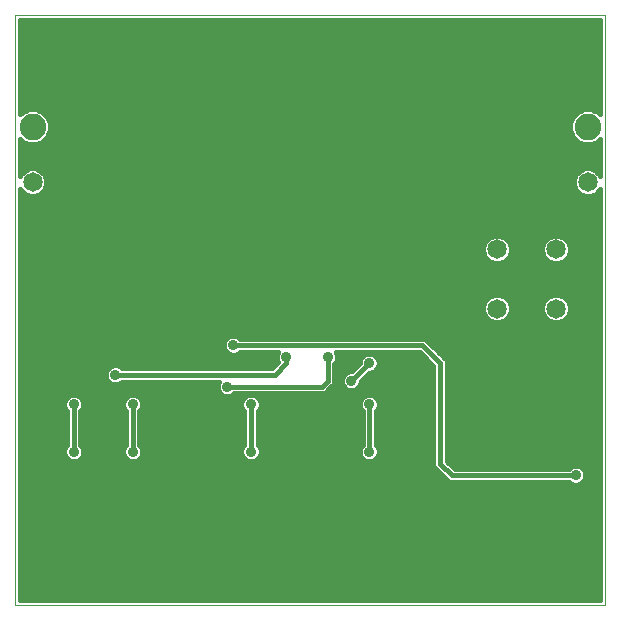
<source format=gbl>
G75*
%MOIN*%
%OFA0B0*%
%FSLAX24Y24*%
%IPPOS*%
%LPD*%
%AMOC8*
5,1,8,0,0,1.08239X$1,22.5*
%
%ADD10C,0.0000*%
%ADD11C,0.0650*%
%ADD12C,0.0160*%
%ADD13C,0.0886*%
%ADD14C,0.0356*%
D10*
X000180Y000180D02*
X000180Y019865D01*
X019865Y019865D01*
X019865Y000180D01*
X000180Y000180D01*
D11*
X000771Y014274D03*
X000771Y019274D03*
X016259Y012038D03*
X016259Y010070D03*
X018227Y010070D03*
X018227Y012038D03*
X019274Y014274D03*
X019274Y019274D03*
D12*
X019685Y019200D02*
X000360Y019200D01*
X000360Y019042D02*
X019685Y019042D01*
X019685Y018883D02*
X000360Y018883D01*
X000360Y018725D02*
X019685Y018725D01*
X019685Y018566D02*
X000360Y018566D01*
X000360Y018408D02*
X019685Y018408D01*
X019685Y018249D02*
X000360Y018249D01*
X000360Y018091D02*
X019685Y018091D01*
X019685Y017932D02*
X000360Y017932D01*
X000360Y017774D02*
X019685Y017774D01*
X019685Y017615D02*
X000360Y017615D01*
X000360Y017457D02*
X019685Y017457D01*
X019685Y017298D02*
X000360Y017298D01*
X000360Y017140D02*
X019685Y017140D01*
X019685Y016981D02*
X000360Y016981D01*
X000360Y016823D02*
X019685Y016823D01*
X019685Y016664D02*
X019496Y016664D01*
X019390Y016708D02*
X019605Y016619D01*
X019685Y016539D01*
X019685Y019685D01*
X000360Y019685D01*
X000360Y016539D01*
X000440Y016619D01*
X000655Y016708D01*
X000886Y016708D01*
X001101Y016619D01*
X001265Y016455D01*
X001353Y016241D01*
X001353Y016009D01*
X001265Y015795D01*
X001101Y015631D01*
X000886Y015542D01*
X000655Y015542D01*
X000440Y015631D01*
X000360Y015711D01*
X000360Y014498D01*
X000377Y014538D01*
X000507Y014669D01*
X000678Y014739D01*
X000863Y014739D01*
X001034Y014669D01*
X001165Y014538D01*
X001235Y014367D01*
X001235Y014182D01*
X001165Y014011D01*
X001034Y013880D01*
X000863Y013810D01*
X000678Y013810D01*
X000507Y013880D01*
X000377Y014011D01*
X000360Y014051D01*
X000360Y000360D01*
X019685Y000360D01*
X019685Y014051D01*
X019669Y014011D01*
X019538Y013880D01*
X019367Y013810D01*
X019182Y013810D01*
X019011Y013880D01*
X018880Y014011D01*
X018810Y014182D01*
X018810Y014367D01*
X018880Y014538D01*
X019011Y014669D01*
X019182Y014739D01*
X019367Y014739D01*
X019538Y014669D01*
X019669Y014538D01*
X019685Y014498D01*
X019685Y015711D01*
X019605Y015631D01*
X019390Y015542D01*
X019159Y015542D01*
X018944Y015631D01*
X018780Y015795D01*
X018692Y016009D01*
X018692Y016241D01*
X018780Y016455D01*
X018944Y016619D01*
X019159Y016708D01*
X019390Y016708D01*
X019053Y016664D02*
X000992Y016664D01*
X001214Y016506D02*
X018831Y016506D01*
X018736Y016347D02*
X001309Y016347D01*
X001353Y016189D02*
X018692Y016189D01*
X018692Y016030D02*
X001353Y016030D01*
X001297Y015872D02*
X018748Y015872D01*
X018862Y015713D02*
X001183Y015713D01*
X000917Y015555D02*
X019128Y015555D01*
X019421Y015555D02*
X019685Y015555D01*
X019685Y015396D02*
X000360Y015396D01*
X000360Y015238D02*
X019685Y015238D01*
X019685Y015079D02*
X000360Y015079D01*
X000360Y014921D02*
X019685Y014921D01*
X019685Y014762D02*
X000360Y014762D01*
X000360Y014604D02*
X000442Y014604D01*
X000418Y013970D02*
X000360Y013970D01*
X000360Y013811D02*
X000675Y013811D01*
X000866Y013811D02*
X019179Y013811D01*
X019370Y013811D02*
X019685Y013811D01*
X019685Y013653D02*
X000360Y013653D01*
X000360Y013494D02*
X019685Y013494D01*
X019685Y013336D02*
X000360Y013336D01*
X000360Y013177D02*
X019685Y013177D01*
X019685Y013019D02*
X000360Y013019D01*
X000360Y012860D02*
X019685Y012860D01*
X019685Y012702D02*
X000360Y012702D01*
X000360Y012543D02*
X019685Y012543D01*
X019685Y012385D02*
X018538Y012385D01*
X018491Y012432D02*
X018320Y012503D01*
X018135Y012503D01*
X017964Y012432D01*
X017833Y012302D01*
X017762Y012131D01*
X017762Y011946D01*
X017833Y011775D01*
X017964Y011644D01*
X018135Y011573D01*
X018320Y011573D01*
X018491Y011644D01*
X018621Y011775D01*
X018692Y011946D01*
X018692Y012131D01*
X018621Y012302D01*
X018491Y012432D01*
X018653Y012226D02*
X019685Y012226D01*
X019685Y012068D02*
X018692Y012068D01*
X018677Y011909D02*
X019685Y011909D01*
X019685Y011751D02*
X018597Y011751D01*
X018364Y011592D02*
X019685Y011592D01*
X019685Y011434D02*
X000360Y011434D01*
X000360Y011592D02*
X016121Y011592D01*
X016166Y011573D02*
X016351Y011573D01*
X016522Y011644D01*
X016653Y011775D01*
X016724Y011946D01*
X016724Y012131D01*
X016653Y012302D01*
X016522Y012432D01*
X016351Y012503D01*
X016166Y012503D01*
X015995Y012432D01*
X015865Y012302D01*
X015794Y012131D01*
X015794Y011946D01*
X015865Y011775D01*
X015995Y011644D01*
X016166Y011573D01*
X016396Y011592D02*
X018090Y011592D01*
X017858Y011751D02*
X016628Y011751D01*
X016708Y011909D02*
X017778Y011909D01*
X017762Y012068D02*
X016724Y012068D01*
X016684Y012226D02*
X017802Y012226D01*
X017916Y012385D02*
X016570Y012385D01*
X015948Y012385D02*
X000360Y012385D01*
X000360Y012226D02*
X015833Y012226D01*
X015794Y012068D02*
X000360Y012068D01*
X000360Y011909D02*
X015809Y011909D01*
X015889Y011751D02*
X000360Y011751D01*
X000360Y011275D02*
X019685Y011275D01*
X019685Y011117D02*
X000360Y011117D01*
X000360Y010958D02*
X019685Y010958D01*
X019685Y010800D02*
X000360Y010800D01*
X000360Y010641D02*
X019685Y010641D01*
X019685Y010483D02*
X018445Y010483D01*
X018491Y010464D02*
X018320Y010535D01*
X018135Y010535D01*
X017964Y010464D01*
X017833Y010333D01*
X017762Y010162D01*
X017762Y009977D01*
X017833Y009806D01*
X017964Y009676D01*
X018135Y009605D01*
X018320Y009605D01*
X018491Y009676D01*
X018621Y009806D01*
X018692Y009977D01*
X018692Y010162D01*
X018621Y010333D01*
X018491Y010464D01*
X018625Y010324D02*
X019685Y010324D01*
X019685Y010166D02*
X018691Y010166D01*
X018692Y010007D02*
X019685Y010007D01*
X019685Y009849D02*
X018639Y009849D01*
X018505Y009690D02*
X019685Y009690D01*
X019685Y009532D02*
X000360Y009532D01*
X000360Y009690D02*
X015981Y009690D01*
X015995Y009676D02*
X016166Y009605D01*
X016351Y009605D01*
X016522Y009676D01*
X016653Y009806D01*
X016724Y009977D01*
X016724Y010162D01*
X016653Y010333D01*
X016522Y010464D01*
X016351Y010535D01*
X016166Y010535D01*
X015995Y010464D01*
X015865Y010333D01*
X015794Y010162D01*
X015794Y009977D01*
X015865Y009806D01*
X015995Y009676D01*
X015847Y009849D02*
X000360Y009849D01*
X000360Y010007D02*
X015794Y010007D01*
X015795Y010166D02*
X000360Y010166D01*
X000360Y010324D02*
X015861Y010324D01*
X016041Y010483D02*
X000360Y010483D01*
X000360Y009373D02*
X019685Y009373D01*
X019685Y009215D02*
X000360Y009215D01*
X000360Y009056D02*
X007228Y009056D01*
X007194Y009022D02*
X007283Y009111D01*
X007400Y009160D01*
X007527Y009160D01*
X007644Y009111D01*
X007693Y009061D01*
X013854Y009061D01*
X014444Y008471D01*
X014573Y008342D01*
X014573Y004996D01*
X014838Y004731D01*
X018651Y004731D01*
X018701Y004780D01*
X018818Y004829D01*
X018944Y004829D01*
X019061Y004780D01*
X019150Y004691D01*
X019199Y004574D01*
X019199Y004447D01*
X019150Y004331D01*
X019061Y004241D01*
X018944Y004193D01*
X018818Y004193D01*
X018701Y004241D01*
X018651Y004291D01*
X014656Y004291D01*
X014262Y004684D01*
X014133Y004813D01*
X014133Y008160D01*
X013672Y008621D01*
X010885Y008621D01*
X010931Y008511D01*
X010931Y008384D01*
X010883Y008268D01*
X010833Y008218D01*
X010833Y007569D01*
X010704Y007440D01*
X010704Y007440D01*
X010507Y007243D01*
X007496Y007243D01*
X007447Y007194D01*
X007330Y007145D01*
X007203Y007145D01*
X007086Y007194D01*
X006997Y007283D01*
X006949Y007400D01*
X006949Y007527D01*
X006994Y007637D01*
X003756Y007637D01*
X003707Y007587D01*
X003590Y007539D01*
X003463Y007539D01*
X003346Y007587D01*
X003257Y007677D01*
X003208Y007794D01*
X003208Y007920D01*
X003257Y008037D01*
X003346Y008127D01*
X003463Y008175D01*
X003590Y008175D01*
X003707Y008127D01*
X003756Y008077D01*
X008750Y008077D01*
X008958Y008285D01*
X008917Y008384D01*
X008917Y008511D01*
X008963Y008621D01*
X007693Y008621D01*
X007644Y008572D01*
X007527Y008523D01*
X007400Y008523D01*
X007283Y008572D01*
X007194Y008661D01*
X007145Y008778D01*
X007145Y008905D01*
X007194Y009022D01*
X007145Y008898D02*
X000360Y008898D01*
X000360Y008739D02*
X007162Y008739D01*
X007274Y008581D02*
X000360Y008581D01*
X000360Y008422D02*
X008917Y008422D01*
X008937Y008264D02*
X000360Y008264D01*
X000360Y008105D02*
X003324Y008105D01*
X003219Y007947D02*
X000360Y007947D01*
X000360Y007788D02*
X003211Y007788D01*
X003304Y007630D02*
X000360Y007630D01*
X000360Y007471D02*
X006949Y007471D01*
X006985Y007313D02*
X000360Y007313D01*
X000360Y007154D02*
X001996Y007154D01*
X001968Y007143D02*
X001879Y007053D01*
X001830Y006936D01*
X001830Y006810D01*
X001879Y006693D01*
X001929Y006643D01*
X001929Y005528D01*
X001879Y005478D01*
X001830Y005361D01*
X001830Y005235D01*
X001879Y005118D01*
X001968Y005028D01*
X002085Y004980D01*
X002212Y004980D01*
X002329Y005028D01*
X002418Y005118D01*
X002467Y005235D01*
X002467Y005361D01*
X002418Y005478D01*
X002369Y005528D01*
X002369Y006643D01*
X002418Y006693D01*
X002467Y006810D01*
X002467Y006936D01*
X002418Y007053D01*
X002329Y007143D01*
X002212Y007191D01*
X002085Y007191D01*
X001968Y007143D01*
X001855Y006996D02*
X000360Y006996D01*
X000360Y006837D02*
X001830Y006837D01*
X001893Y006679D02*
X000360Y006679D01*
X000360Y006520D02*
X001929Y006520D01*
X001929Y006362D02*
X000360Y006362D01*
X000360Y006203D02*
X001929Y006203D01*
X001929Y006045D02*
X000360Y006045D01*
X000360Y005886D02*
X001929Y005886D01*
X001929Y005728D02*
X000360Y005728D01*
X000360Y005569D02*
X001929Y005569D01*
X001851Y005411D02*
X000360Y005411D01*
X000360Y005252D02*
X001830Y005252D01*
X001903Y005094D02*
X000360Y005094D01*
X000360Y004935D02*
X014133Y004935D01*
X014133Y005094D02*
X012236Y005094D01*
X012261Y005118D02*
X012309Y005235D01*
X012309Y005361D01*
X012261Y005478D01*
X012211Y005528D01*
X012211Y006643D01*
X012261Y006693D01*
X012309Y006810D01*
X012309Y006936D01*
X012261Y007053D01*
X012171Y007143D01*
X012054Y007191D01*
X011928Y007191D01*
X011811Y007143D01*
X011721Y007053D01*
X011673Y006936D01*
X011673Y006810D01*
X011721Y006693D01*
X011771Y006643D01*
X011771Y005528D01*
X011721Y005478D01*
X011673Y005361D01*
X011673Y005235D01*
X011721Y005118D01*
X011811Y005028D01*
X011928Y004980D01*
X012054Y004980D01*
X012171Y005028D01*
X012261Y005118D01*
X012309Y005252D02*
X014133Y005252D01*
X014133Y005411D02*
X012289Y005411D01*
X012211Y005569D02*
X014133Y005569D01*
X014133Y005728D02*
X012211Y005728D01*
X012211Y005886D02*
X014133Y005886D01*
X014133Y006045D02*
X012211Y006045D01*
X012211Y006203D02*
X014133Y006203D01*
X014133Y006362D02*
X012211Y006362D01*
X012211Y006520D02*
X014133Y006520D01*
X014133Y006679D02*
X012246Y006679D01*
X012309Y006837D02*
X014133Y006837D01*
X014133Y006996D02*
X012285Y006996D01*
X012144Y007154D02*
X014133Y007154D01*
X014133Y007313D02*
X010576Y007313D01*
X010416Y007463D02*
X010613Y007660D01*
X010613Y008448D01*
X010902Y008581D02*
X013712Y008581D01*
X013871Y008422D02*
X012264Y008422D01*
X012261Y008431D02*
X012171Y008521D01*
X012054Y008569D01*
X011928Y008569D01*
X011811Y008521D01*
X011721Y008431D01*
X011673Y008314D01*
X011673Y008244D01*
X011407Y007978D01*
X011337Y007978D01*
X011220Y007930D01*
X011131Y007841D01*
X011082Y007724D01*
X011082Y007597D01*
X011131Y007480D01*
X011220Y007391D01*
X011337Y007342D01*
X011464Y007342D01*
X011581Y007391D01*
X011670Y007480D01*
X011719Y007597D01*
X011719Y007667D01*
X011984Y007933D01*
X012054Y007933D01*
X012171Y007981D01*
X012261Y008071D01*
X012309Y008188D01*
X012309Y008314D01*
X012261Y008431D01*
X012309Y008264D02*
X014029Y008264D01*
X014133Y008105D02*
X012275Y008105D01*
X012088Y007947D02*
X014133Y007947D01*
X014133Y007788D02*
X011839Y007788D01*
X011719Y007630D02*
X014133Y007630D01*
X014133Y007471D02*
X011661Y007471D01*
X011400Y007660D02*
X011991Y008251D01*
X011673Y008264D02*
X010879Y008264D01*
X010833Y008105D02*
X011534Y008105D01*
X011260Y007947D02*
X010833Y007947D01*
X010833Y007788D02*
X011109Y007788D01*
X011082Y007630D02*
X010833Y007630D01*
X010735Y007471D02*
X011140Y007471D01*
X011697Y006996D02*
X008348Y006996D01*
X008324Y007053D02*
X008372Y006936D01*
X008372Y006810D01*
X008324Y006693D01*
X008274Y006643D01*
X008274Y005528D01*
X008324Y005478D01*
X008372Y005361D01*
X008372Y005235D01*
X008324Y005118D01*
X008234Y005028D01*
X008117Y004980D01*
X007991Y004980D01*
X007874Y005028D01*
X007784Y005118D01*
X007736Y005235D01*
X007736Y005361D01*
X007784Y005478D01*
X007834Y005528D01*
X007834Y006643D01*
X007784Y006693D01*
X007736Y006810D01*
X007736Y006936D01*
X007784Y007053D01*
X007874Y007143D01*
X007991Y007191D01*
X008117Y007191D01*
X008234Y007143D01*
X008324Y007053D01*
X008207Y007154D02*
X011838Y007154D01*
X011991Y006873D02*
X011991Y005298D01*
X011693Y005411D02*
X008352Y005411D01*
X008372Y005252D02*
X011673Y005252D01*
X011746Y005094D02*
X008299Y005094D01*
X008054Y005298D02*
X008054Y006873D01*
X007901Y007154D02*
X007351Y007154D01*
X007182Y007154D02*
X004270Y007154D01*
X004297Y007143D02*
X004180Y007191D01*
X004054Y007191D01*
X003937Y007143D01*
X003847Y007053D01*
X003799Y006936D01*
X003799Y006810D01*
X003847Y006693D01*
X003897Y006643D01*
X003897Y005528D01*
X003847Y005478D01*
X003799Y005361D01*
X003799Y005235D01*
X003847Y005118D01*
X003937Y005028D01*
X004054Y004980D01*
X004180Y004980D01*
X004297Y005028D01*
X004387Y005118D01*
X004435Y005235D01*
X004435Y005361D01*
X004387Y005478D01*
X004337Y005528D01*
X004337Y006643D01*
X004387Y006693D01*
X004435Y006810D01*
X004435Y006936D01*
X004387Y007053D01*
X004297Y007143D01*
X004411Y006996D02*
X007760Y006996D01*
X007736Y006837D02*
X004435Y006837D01*
X004372Y006679D02*
X007799Y006679D01*
X007834Y006520D02*
X004337Y006520D01*
X004337Y006362D02*
X007834Y006362D01*
X007834Y006203D02*
X004337Y006203D01*
X004337Y006045D02*
X007834Y006045D01*
X007834Y005886D02*
X004337Y005886D01*
X004337Y005728D02*
X007834Y005728D01*
X007834Y005569D02*
X004337Y005569D01*
X004415Y005411D02*
X007756Y005411D01*
X007736Y005252D02*
X004435Y005252D01*
X004362Y005094D02*
X007809Y005094D01*
X008274Y005569D02*
X011771Y005569D01*
X011771Y005728D02*
X008274Y005728D01*
X008274Y005886D02*
X011771Y005886D01*
X011771Y006045D02*
X008274Y006045D01*
X008274Y006203D02*
X011771Y006203D01*
X011771Y006362D02*
X008274Y006362D01*
X008274Y006520D02*
X011771Y006520D01*
X011736Y006679D02*
X008309Y006679D01*
X008372Y006837D02*
X011673Y006837D01*
X010416Y007463D02*
X007267Y007463D01*
X006991Y007630D02*
X003749Y007630D01*
X003526Y007857D02*
X008841Y007857D01*
X009235Y008251D01*
X009235Y008448D01*
X008946Y008581D02*
X007652Y008581D01*
X007463Y008841D02*
X013763Y008841D01*
X014353Y008251D01*
X014353Y004904D01*
X014747Y004511D01*
X018881Y004511D01*
X019181Y004618D02*
X019685Y004618D01*
X019685Y004460D02*
X019199Y004460D01*
X019121Y004301D02*
X019685Y004301D01*
X019685Y004143D02*
X000360Y004143D01*
X000360Y004301D02*
X014646Y004301D01*
X014487Y004460D02*
X000360Y004460D01*
X000360Y004618D02*
X014329Y004618D01*
X014170Y004777D02*
X000360Y004777D01*
X000360Y003984D02*
X019685Y003984D01*
X019685Y003826D02*
X000360Y003826D01*
X000360Y003667D02*
X019685Y003667D01*
X019685Y003509D02*
X000360Y003509D01*
X000360Y003350D02*
X019685Y003350D01*
X019685Y003192D02*
X000360Y003192D01*
X000360Y003033D02*
X019685Y003033D01*
X019685Y002875D02*
X000360Y002875D01*
X000360Y002716D02*
X019685Y002716D01*
X019685Y002558D02*
X000360Y002558D01*
X000360Y002399D02*
X019685Y002399D01*
X019685Y002241D02*
X000360Y002241D01*
X000360Y002082D02*
X019685Y002082D01*
X019685Y001924D02*
X000360Y001924D01*
X000360Y001765D02*
X019685Y001765D01*
X019685Y001607D02*
X000360Y001607D01*
X000360Y001448D02*
X019685Y001448D01*
X019685Y001290D02*
X000360Y001290D01*
X000360Y001131D02*
X019685Y001131D01*
X019685Y000973D02*
X000360Y000973D01*
X000360Y000814D02*
X019685Y000814D01*
X019685Y000656D02*
X000360Y000656D01*
X000360Y000497D02*
X019685Y000497D01*
X019685Y004777D02*
X019065Y004777D01*
X018697Y004777D02*
X014792Y004777D01*
X014634Y004935D02*
X019685Y004935D01*
X019685Y005094D02*
X014573Y005094D01*
X014573Y005252D02*
X019685Y005252D01*
X019685Y005411D02*
X014573Y005411D01*
X014573Y005569D02*
X019685Y005569D01*
X019685Y005728D02*
X014573Y005728D01*
X014573Y005886D02*
X019685Y005886D01*
X019685Y006045D02*
X014573Y006045D01*
X014573Y006203D02*
X019685Y006203D01*
X019685Y006362D02*
X014573Y006362D01*
X014573Y006520D02*
X019685Y006520D01*
X019685Y006679D02*
X014573Y006679D01*
X014573Y006837D02*
X019685Y006837D01*
X019685Y006996D02*
X014573Y006996D01*
X014573Y007154D02*
X019685Y007154D01*
X019685Y007313D02*
X014573Y007313D01*
X014573Y007471D02*
X019685Y007471D01*
X019685Y007630D02*
X014573Y007630D01*
X014573Y007788D02*
X019685Y007788D01*
X019685Y007947D02*
X014573Y007947D01*
X014573Y008105D02*
X019685Y008105D01*
X019685Y008264D02*
X014573Y008264D01*
X014493Y008422D02*
X019685Y008422D01*
X019685Y008581D02*
X014335Y008581D01*
X014176Y008739D02*
X019685Y008739D01*
X019685Y008898D02*
X014018Y008898D01*
X013859Y009056D02*
X019685Y009056D01*
X017950Y009690D02*
X016536Y009690D01*
X016670Y009849D02*
X017816Y009849D01*
X017762Y010007D02*
X016724Y010007D01*
X016722Y010166D02*
X017764Y010166D01*
X017829Y010324D02*
X016657Y010324D01*
X016477Y010483D02*
X018009Y010483D01*
X018922Y013970D02*
X001123Y013970D01*
X001213Y014128D02*
X018832Y014128D01*
X018810Y014287D02*
X001235Y014287D01*
X001203Y014445D02*
X018842Y014445D01*
X018946Y014604D02*
X001099Y014604D01*
X000624Y015555D02*
X000360Y015555D01*
X000360Y016664D02*
X000549Y016664D01*
X000360Y019359D02*
X019685Y019359D01*
X019685Y019517D02*
X000360Y019517D01*
X000360Y019676D02*
X019685Y019676D01*
X019603Y014604D02*
X019685Y014604D01*
X019685Y013970D02*
X019627Y013970D01*
X011718Y008422D02*
X010931Y008422D01*
X008778Y008105D02*
X003728Y008105D01*
X003964Y007154D02*
X002301Y007154D01*
X002442Y006996D02*
X003823Y006996D01*
X003799Y006837D02*
X002467Y006837D01*
X002404Y006679D02*
X003862Y006679D01*
X003897Y006520D02*
X002369Y006520D01*
X002369Y006362D02*
X003897Y006362D01*
X003897Y006203D02*
X002369Y006203D01*
X002369Y006045D02*
X003897Y006045D01*
X003897Y005886D02*
X002369Y005886D01*
X002369Y005728D02*
X003897Y005728D01*
X003897Y005569D02*
X002369Y005569D01*
X002446Y005411D02*
X003819Y005411D01*
X003799Y005252D02*
X002467Y005252D01*
X002394Y005094D02*
X003872Y005094D01*
X004117Y005298D02*
X004117Y006873D01*
X002149Y006873D02*
X002149Y005298D01*
D13*
X000771Y016125D03*
X000771Y017503D03*
X019274Y017503D03*
X019274Y016125D03*
D14*
X011991Y008251D03*
X011400Y007660D03*
X011991Y006873D03*
X010613Y008448D03*
X009235Y008448D03*
X008054Y006873D03*
X007267Y007463D03*
X007463Y008841D03*
X008054Y005298D03*
X011991Y005298D03*
X016125Y007463D03*
X018881Y004511D03*
X004117Y005298D03*
X004117Y006873D03*
X003526Y007857D03*
X002149Y006873D03*
X002149Y005298D03*
M02*

</source>
